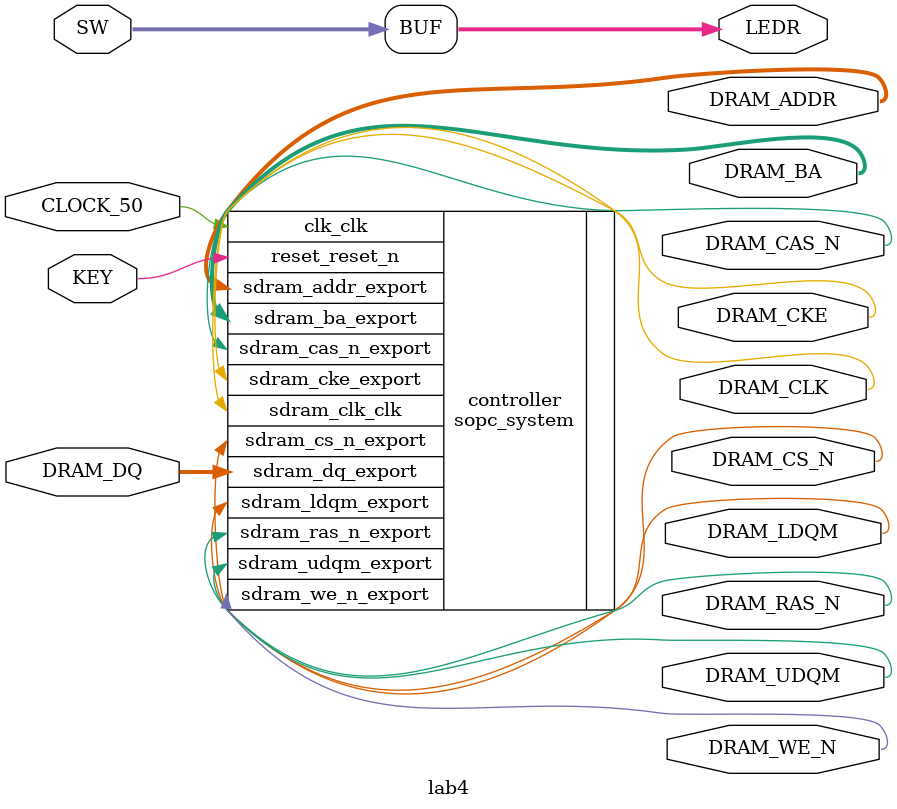
<source format=v>
/*****************************************************************************
 *                                                                           *
 * Module:       Lab4                                                       *
 * Description:                                                              *
 *      This module is the top level module of MT3TB4 Lab 4                    *
 *                                                                           *
 *****************************************************************************/

module lab4 (
input				CLOCK_50,	
input		[0:0]	KEY, 
input 	[7:0] SW,               //for reset
output 	[7:0] LEDR,

// Bidirectionals
inout		[15:0]		DRAM_DQ,

// Outputs

output		[12:0]	DRAM_ADDR,
output 		[1:0]		DRAM_BA,
output					DRAM_LDQM,  //data mask; when it is low, the DQ is valid for reading and writing. 
output					DRAM_UDQM,
output					DRAM_RAS_N,
output 					DRAM_CAS_N,
output 					DRAM_CLK,
output					DRAM_CKE,
output 					DRAM_WE_N,
output 					DRAM_CS_N


);


// Internal Wires



assign LEDR=SW;

//Instantiate your sopc_system module generated by Platform Designer.  


sopc_system  controller (
		// example ports 
		.clk_clk(CLOCK_50),              //           clk.clk
		.reset_reset_n(KEY[0]),         //         reset.reset_n
		.sdram_clk_clk(DRAM_CLK),
		// more ports
		.sdram_addr_export(DRAM_ADDR),
		.sdram_ba_export(DRAM_BA),
		.sdram_cas_n_export(DRAM_CAS_N),
		.sdram_cke_export(DRAM_CKE),
		.sdram_cs_n_export(DRAM_CS_N),
		.sdram_dq_export(DRAM_DQ),
		.sdram_ldqm_export(DRAM_LDQM),
		.sdram_ras_n_export(DRAM_RAS_N),
		.sdram_udqm_export(DRAM_UDQM),
		.sdram_we_n_export(DRAM_WE_N),
		
	);

	
	

	
endmodule
</source>
